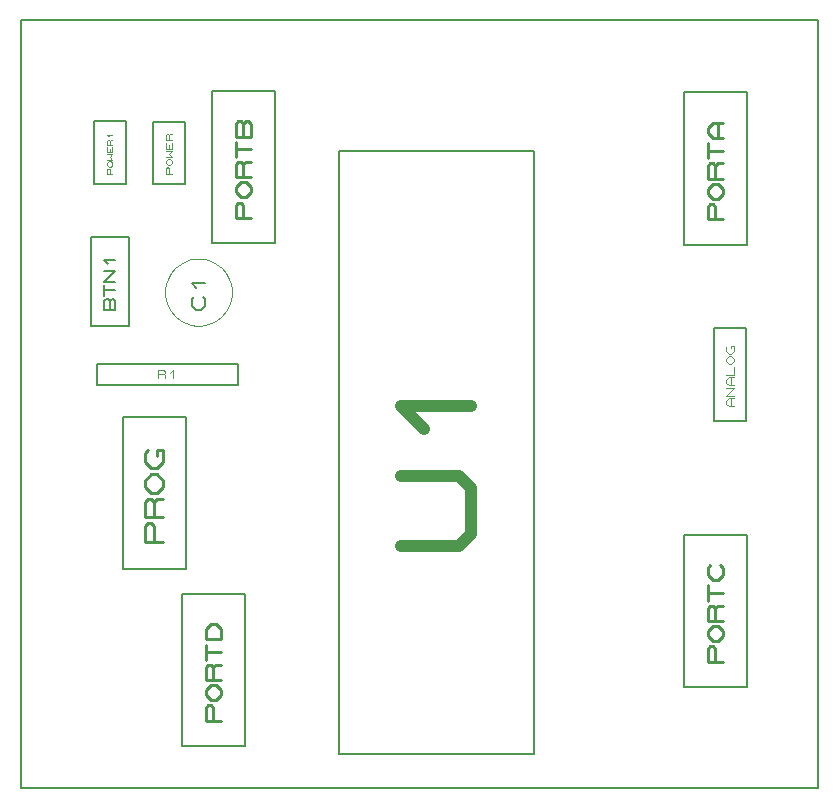
<source format=gbr>
G04 PROTEUS RS274X GERBER FILE*
%FSLAX45Y45*%
%MOMM*%
G01*
%ADD16C,0.203200*%
%ADD18C,0.990600*%
%ADD19C,0.215050*%
%ADD70C,0.106680*%
%ADD71C,0.050800*%
%ADD20C,0.191010*%
%ADD21C,0.151380*%
%ADD22C,0.258060*%
%ADD23C,0.111760*%
%ADD24C,0.088050*%
%ADD25C,0.075470*%
D16*
X-563500Y-2463160D02*
X+1087500Y-2463160D01*
X+1087500Y+2637160D01*
X-563500Y+2637160D01*
X-563500Y-2463160D01*
D18*
X-35180Y-705480D02*
X+460120Y-705480D01*
X+559180Y-606420D01*
X+559180Y-210180D01*
X+460120Y-111120D01*
X-35180Y-111120D01*
X+162940Y+285120D02*
X-35180Y+483240D01*
X+559180Y+483240D01*
D16*
X-1633160Y+1858840D02*
X-1104840Y+1858840D01*
X-1104840Y+3149160D01*
X-1633160Y+3149160D01*
X-1633160Y+1858840D01*
D19*
X-1304484Y+2073895D02*
X-1433516Y+2073895D01*
X-1433516Y+2181421D01*
X-1412011Y+2202926D01*
X-1390505Y+2202926D01*
X-1369000Y+2181421D01*
X-1369000Y+2073895D01*
X-1390505Y+2245937D02*
X-1433516Y+2288947D01*
X-1433516Y+2331958D01*
X-1390505Y+2374968D01*
X-1347495Y+2374968D01*
X-1304484Y+2331958D01*
X-1304484Y+2288947D01*
X-1347495Y+2245937D01*
X-1390505Y+2245937D01*
X-1304484Y+2417979D02*
X-1433516Y+2417979D01*
X-1433516Y+2525505D01*
X-1412011Y+2547010D01*
X-1390505Y+2547010D01*
X-1369000Y+2525505D01*
X-1369000Y+2417979D01*
X-1369000Y+2525505D02*
X-1347495Y+2547010D01*
X-1304484Y+2547010D01*
X-1433516Y+2590021D02*
X-1433516Y+2719052D01*
X-1433516Y+2654536D02*
X-1304484Y+2654536D01*
X-1304484Y+2762063D02*
X-1433516Y+2762063D01*
X-1433516Y+2869589D01*
X-1412011Y+2891094D01*
X-1390505Y+2891094D01*
X-1369000Y+2869589D01*
X-1347495Y+2891094D01*
X-1325989Y+2891094D01*
X-1304484Y+2869589D01*
X-1304484Y+2762063D01*
X-1369000Y+2762063D02*
X-1369000Y+2869589D01*
D16*
X-1887160Y-2399160D02*
X-1358840Y-2399160D01*
X-1358840Y-1108840D01*
X-1887160Y-1108840D01*
X-1887160Y-2399160D01*
D19*
X-1558484Y-2184105D02*
X-1687516Y-2184105D01*
X-1687516Y-2076579D01*
X-1666011Y-2055074D01*
X-1644505Y-2055074D01*
X-1623000Y-2076579D01*
X-1623000Y-2184105D01*
X-1644505Y-2012063D02*
X-1687516Y-1969053D01*
X-1687516Y-1926042D01*
X-1644505Y-1883032D01*
X-1601495Y-1883032D01*
X-1558484Y-1926042D01*
X-1558484Y-1969053D01*
X-1601495Y-2012063D01*
X-1644505Y-2012063D01*
X-1558484Y-1840021D02*
X-1687516Y-1840021D01*
X-1687516Y-1732495D01*
X-1666011Y-1710990D01*
X-1644505Y-1710990D01*
X-1623000Y-1732495D01*
X-1623000Y-1840021D01*
X-1623000Y-1732495D02*
X-1601495Y-1710990D01*
X-1558484Y-1710990D01*
X-1687516Y-1667979D02*
X-1687516Y-1538948D01*
X-1687516Y-1603464D02*
X-1558484Y-1603464D01*
X-1558484Y-1495937D02*
X-1687516Y-1495937D01*
X-1687516Y-1409916D01*
X-1644505Y-1366906D01*
X-1601495Y-1366906D01*
X-1558484Y-1409916D01*
X-1558484Y-1495937D01*
D16*
X+2362840Y+1846840D02*
X+2891160Y+1846840D01*
X+2891160Y+3137160D01*
X+2362840Y+3137160D01*
X+2362840Y+1846840D01*
D19*
X+2691516Y+2061895D02*
X+2562484Y+2061895D01*
X+2562484Y+2169421D01*
X+2583989Y+2190926D01*
X+2605495Y+2190926D01*
X+2627000Y+2169421D01*
X+2627000Y+2061895D01*
X+2605495Y+2233937D02*
X+2562484Y+2276947D01*
X+2562484Y+2319958D01*
X+2605495Y+2362968D01*
X+2648505Y+2362968D01*
X+2691516Y+2319958D01*
X+2691516Y+2276947D01*
X+2648505Y+2233937D01*
X+2605495Y+2233937D01*
X+2691516Y+2405979D02*
X+2562484Y+2405979D01*
X+2562484Y+2513505D01*
X+2583989Y+2535010D01*
X+2605495Y+2535010D01*
X+2627000Y+2513505D01*
X+2627000Y+2405979D01*
X+2627000Y+2513505D02*
X+2648505Y+2535010D01*
X+2691516Y+2535010D01*
X+2562484Y+2578021D02*
X+2562484Y+2707052D01*
X+2562484Y+2642536D02*
X+2691516Y+2642536D01*
X+2691516Y+2750063D02*
X+2605495Y+2750063D01*
X+2562484Y+2793073D01*
X+2562484Y+2836084D01*
X+2605495Y+2879094D01*
X+2691516Y+2879094D01*
X+2648505Y+2750063D02*
X+2648505Y+2879094D01*
D16*
X+2362840Y-1899160D02*
X+2891160Y-1899160D01*
X+2891160Y-608840D01*
X+2362840Y-608840D01*
X+2362840Y-1899160D01*
D19*
X+2691516Y-1684105D02*
X+2562484Y-1684105D01*
X+2562484Y-1576579D01*
X+2583989Y-1555074D01*
X+2605495Y-1555074D01*
X+2627000Y-1576579D01*
X+2627000Y-1684105D01*
X+2605495Y-1512063D02*
X+2562484Y-1469053D01*
X+2562484Y-1426042D01*
X+2605495Y-1383032D01*
X+2648505Y-1383032D01*
X+2691516Y-1426042D01*
X+2691516Y-1469053D01*
X+2648505Y-1512063D01*
X+2605495Y-1512063D01*
X+2691516Y-1340021D02*
X+2562484Y-1340021D01*
X+2562484Y-1232495D01*
X+2583989Y-1210990D01*
X+2605495Y-1210990D01*
X+2627000Y-1232495D01*
X+2627000Y-1340021D01*
X+2627000Y-1232495D02*
X+2648505Y-1210990D01*
X+2691516Y-1210990D01*
X+2562484Y-1167979D02*
X+2562484Y-1038948D01*
X+2562484Y-1103464D02*
X+2691516Y-1103464D01*
X+2670011Y-866906D02*
X+2691516Y-888411D01*
X+2691516Y-952927D01*
X+2648505Y-995937D01*
X+2605495Y-995937D01*
X+2562484Y-952927D01*
X+2562484Y-888411D01*
X+2583989Y-866906D01*
D16*
X-2604900Y+661100D02*
X-1411100Y+661100D01*
X-1411100Y+838900D01*
X-2604900Y+838900D01*
X-2604900Y+661100D01*
D70*
X-2093344Y+717996D02*
X-2093344Y+782004D01*
X-2040004Y+782004D01*
X-2029336Y+771336D01*
X-2029336Y+760668D01*
X-2040004Y+750000D01*
X-2093344Y+750000D01*
X-2040004Y+750000D02*
X-2029336Y+739332D01*
X-2029336Y+717996D01*
X-1986664Y+760668D02*
X-1965328Y+782004D01*
X-1965328Y+717996D01*
D71*
X-1466020Y+1444280D02*
X-1466938Y+1467094D01*
X-1474391Y+1512723D01*
X-1489938Y+1558352D01*
X-1515180Y+1603981D01*
X-1553722Y+1649511D01*
X-1599351Y+1685007D01*
X-1644980Y+1708127D01*
X-1690609Y+1721980D01*
X-1736238Y+1727926D01*
X-1750000Y+1728260D01*
X-2033980Y+1444280D02*
X-2033062Y+1467094D01*
X-2025609Y+1512723D01*
X-2010062Y+1558352D01*
X-1984820Y+1603981D01*
X-1946278Y+1649511D01*
X-1900649Y+1685007D01*
X-1855020Y+1708127D01*
X-1809391Y+1721980D01*
X-1763762Y+1727926D01*
X-1750000Y+1728260D01*
X-2033980Y+1444280D02*
X-2033062Y+1421466D01*
X-2025609Y+1375837D01*
X-2010062Y+1330208D01*
X-1984820Y+1284579D01*
X-1946278Y+1239049D01*
X-1900649Y+1203553D01*
X-1855020Y+1180433D01*
X-1809391Y+1166580D01*
X-1763762Y+1160634D01*
X-1750000Y+1160300D01*
X-1466020Y+1444280D02*
X-1466938Y+1421466D01*
X-1474391Y+1375837D01*
X-1489938Y+1330208D01*
X-1515180Y+1284579D01*
X-1553722Y+1239049D01*
X-1599351Y+1203553D01*
X-1644980Y+1180433D01*
X-1690609Y+1166580D01*
X-1736238Y+1160634D01*
X-1750000Y+1160300D01*
D20*
X-1711797Y+1406077D02*
X-1692696Y+1386976D01*
X-1692696Y+1329672D01*
X-1730899Y+1291470D01*
X-1769101Y+1291470D01*
X-1807304Y+1329672D01*
X-1807304Y+1386976D01*
X-1788203Y+1406077D01*
X-1769101Y+1482482D02*
X-1807304Y+1520685D01*
X-1692696Y+1520685D01*
D16*
X-2662560Y+1155640D02*
X-2337440Y+1155640D01*
X-2337440Y+1912560D01*
X-2662560Y+1912560D01*
X-2662560Y+1155640D01*
D21*
X-2454584Y+1291886D02*
X-2545415Y+1291886D01*
X-2545415Y+1367577D01*
X-2530276Y+1382716D01*
X-2515138Y+1382716D01*
X-2500000Y+1367577D01*
X-2484861Y+1382716D01*
X-2469723Y+1382716D01*
X-2454584Y+1367577D01*
X-2454584Y+1291886D01*
X-2500000Y+1291886D02*
X-2500000Y+1367577D01*
X-2545415Y+1412993D02*
X-2545415Y+1503823D01*
X-2545415Y+1458408D02*
X-2454584Y+1458408D01*
X-2454584Y+1534100D02*
X-2545415Y+1534100D01*
X-2454584Y+1624930D01*
X-2545415Y+1624930D01*
X-2515138Y+1685483D02*
X-2545415Y+1715760D01*
X-2454584Y+1715760D01*
D16*
X-2387160Y-899160D02*
X-1858840Y-899160D01*
X-1858840Y+391160D01*
X-2387160Y+391160D01*
X-2387160Y-899160D01*
D22*
X-2045580Y-666902D02*
X-2200419Y-666902D01*
X-2200419Y-537871D01*
X-2174612Y-512064D01*
X-2148806Y-512064D01*
X-2123000Y-537871D01*
X-2123000Y-666902D01*
X-2045580Y-460451D02*
X-2200419Y-460451D01*
X-2200419Y-331420D01*
X-2174612Y-305613D01*
X-2148806Y-305613D01*
X-2123000Y-331420D01*
X-2123000Y-460451D01*
X-2123000Y-331420D02*
X-2097193Y-305613D01*
X-2045580Y-305613D01*
X-2148806Y-254000D02*
X-2200419Y-202388D01*
X-2200419Y-150775D01*
X-2148806Y-99162D01*
X-2097193Y-99162D01*
X-2045580Y-150775D01*
X-2045580Y-202388D01*
X-2097193Y-254000D01*
X-2148806Y-254000D01*
X-2097193Y+55676D02*
X-2097193Y+107289D01*
X-2045580Y+107289D01*
X-2045580Y+4063D01*
X-2097193Y-47549D01*
X-2148806Y-47549D01*
X-2200419Y+4063D01*
X-2200419Y+81482D01*
X-2174612Y+107289D01*
D16*
X+2612840Y+354840D02*
X+2887160Y+354840D01*
X+2887160Y+1137160D01*
X+2612840Y+1137160D01*
X+2612840Y+354840D01*
D23*
X+2783528Y+477776D02*
X+2738824Y+477776D01*
X+2716472Y+500128D01*
X+2716472Y+522480D01*
X+2738824Y+544832D01*
X+2783528Y+544832D01*
X+2761176Y+477776D02*
X+2761176Y+544832D01*
X+2783528Y+567184D02*
X+2716472Y+567184D01*
X+2783528Y+634240D01*
X+2716472Y+634240D01*
X+2783528Y+656592D02*
X+2738824Y+656592D01*
X+2716472Y+678944D01*
X+2716472Y+701296D01*
X+2738824Y+723648D01*
X+2783528Y+723648D01*
X+2761176Y+656592D02*
X+2761176Y+723648D01*
X+2716472Y+746000D02*
X+2783528Y+746000D01*
X+2783528Y+813056D01*
X+2738824Y+835408D02*
X+2716472Y+857760D01*
X+2716472Y+880112D01*
X+2738824Y+902464D01*
X+2761176Y+902464D01*
X+2783528Y+880112D01*
X+2783528Y+857760D01*
X+2761176Y+835408D01*
X+2738824Y+835408D01*
X+2761176Y+969520D02*
X+2761176Y+991872D01*
X+2783528Y+991872D01*
X+2783528Y+947168D01*
X+2761176Y+924816D01*
X+2738824Y+924816D01*
X+2716472Y+947168D01*
X+2716472Y+980696D01*
X+2727648Y+991872D01*
D16*
X-2137160Y+2358840D02*
X-1862840Y+2358840D01*
X-1862840Y+2887160D01*
X-2137160Y+2887160D01*
X-2137160Y+2358840D01*
D24*
X-1973584Y+2446895D02*
X-2026416Y+2446895D01*
X-2026416Y+2490921D01*
X-2017611Y+2499726D01*
X-2008805Y+2499726D01*
X-2000000Y+2490921D01*
X-2000000Y+2446895D01*
X-2008805Y+2517337D02*
X-2026416Y+2534947D01*
X-2026416Y+2552558D01*
X-2008805Y+2570168D01*
X-1991195Y+2570168D01*
X-1973584Y+2552558D01*
X-1973584Y+2534947D01*
X-1991195Y+2517337D01*
X-2008805Y+2517337D01*
X-2026416Y+2587779D02*
X-1973584Y+2587779D01*
X-2000000Y+2614194D01*
X-1973584Y+2640610D01*
X-2026416Y+2640610D01*
X-1973584Y+2711052D02*
X-1973584Y+2658221D01*
X-2026416Y+2658221D01*
X-2026416Y+2711052D01*
X-2000000Y+2658221D02*
X-2000000Y+2693442D01*
X-1973584Y+2728663D02*
X-2026416Y+2728663D01*
X-2026416Y+2772689D01*
X-2017611Y+2781494D01*
X-2008805Y+2781494D01*
X-2000000Y+2772689D01*
X-2000000Y+2728663D01*
X-2000000Y+2772689D02*
X-1991195Y+2781494D01*
X-1973584Y+2781494D01*
D16*
X-2637160Y+2362840D02*
X-2362840Y+2362840D01*
X-2362840Y+2891160D01*
X-2637160Y+2891160D01*
X-2637160Y+2362840D01*
D25*
X-2477357Y+2445863D02*
X-2522642Y+2445863D01*
X-2522642Y+2483599D01*
X-2515094Y+2491147D01*
X-2507547Y+2491147D01*
X-2500000Y+2483599D01*
X-2500000Y+2445863D01*
X-2507547Y+2506242D02*
X-2522642Y+2521336D01*
X-2522642Y+2536431D01*
X-2507547Y+2551526D01*
X-2492452Y+2551526D01*
X-2477357Y+2536431D01*
X-2477357Y+2521336D01*
X-2492452Y+2506242D01*
X-2507547Y+2506242D01*
X-2522642Y+2566621D02*
X-2477357Y+2566621D01*
X-2500000Y+2589263D01*
X-2477357Y+2611905D01*
X-2522642Y+2611905D01*
X-2477357Y+2672284D02*
X-2477357Y+2627000D01*
X-2522642Y+2627000D01*
X-2522642Y+2672284D01*
X-2500000Y+2627000D02*
X-2500000Y+2657189D01*
X-2477357Y+2687379D02*
X-2522642Y+2687379D01*
X-2522642Y+2725115D01*
X-2515094Y+2732663D01*
X-2507547Y+2732663D01*
X-2500000Y+2725115D01*
X-2500000Y+2687379D01*
X-2500000Y+2725115D02*
X-2492452Y+2732663D01*
X-2477357Y+2732663D01*
X-2507547Y+2762852D02*
X-2522642Y+2777947D01*
X-2477357Y+2777947D01*
D16*
X-3250000Y-2750000D02*
X+3500000Y-2750000D01*
X+3500000Y+3750000D01*
X-3250000Y+3750000D01*
X-3250000Y-2750000D01*
M02*

</source>
